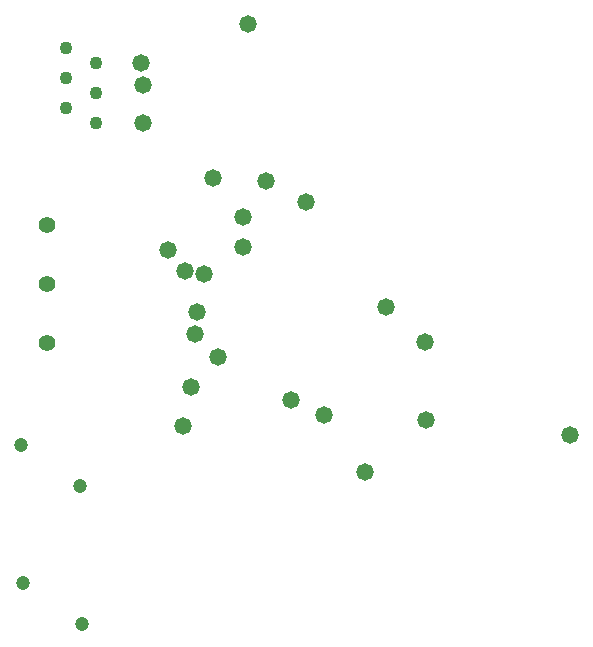
<source format=gbs>
%FSLAX44Y44*%
%MOMM*%
G71*
G01*
G75*
G04 Layer_Color=16711935*
%ADD10R,1.3000X1.5000*%
%ADD11R,1.1000X1.0000*%
%ADD12R,1.1000X1.0000*%
%ADD13R,2.0000X3.5000*%
%ADD14R,1.0000X1.1000*%
%ADD15R,1.2500X1.1000*%
%ADD16R,1.5000X1.3000*%
%ADD17R,1.0000X1.1000*%
%ADD18R,2.0000X1.2000*%
%ADD19R,5.6000X5.6000*%
%ADD20R,0.7000X0.7500*%
%ADD21R,1.5200X1.6800*%
%ADD22R,0.8400X0.2450*%
%ADD23R,0.2450X0.8400*%
%ADD24R,1.1000X1.2500*%
%ADD25C,0.2540*%
%ADD26C,0.2000*%
%ADD27C,0.5000*%
%ADD28C,0.9000*%
%ADD29C,1.0000*%
%ADD30C,1.2000*%
%ADD31C,1.2700*%
%ADD32C,0.1000*%
%ADD33C,0.0000*%
%ADD34C,0.1270*%
%ADD35R,1.3970X0.4870*%
%ADD36R,1.5032X1.7032*%
%ADD37R,1.3032X1.2032*%
%ADD38R,1.3032X1.2032*%
%ADD39R,2.2032X3.7032*%
%ADD40R,1.2032X1.3032*%
%ADD41R,1.4532X1.3032*%
%ADD42R,1.7032X1.5032*%
%ADD43R,1.2032X1.3032*%
%ADD44R,2.2032X1.4032*%
%ADD45R,5.8032X5.8032*%
%ADD46R,0.9032X0.9532*%
%ADD47R,1.7232X1.8832*%
%ADD48R,1.0432X0.4482*%
%ADD49R,0.4482X1.0432*%
%ADD50R,1.3032X1.4532*%
%ADD51C,1.1032*%
%ADD52C,1.2032*%
%ADD53C,1.4032*%
%ADD54C,1.4732*%
D51*
X369570Y712470D02*
D03*
Y737870D02*
D03*
X344170Y775970D02*
D03*
Y750370D02*
D03*
Y724770D02*
D03*
X369570Y763270D02*
D03*
D52*
X356070Y404420D02*
D03*
X306070Y439420D02*
D03*
X357340Y287580D02*
D03*
X307340Y322580D02*
D03*
D53*
X327660Y625780D02*
D03*
Y575780D02*
D03*
Y525780D02*
D03*
D54*
X407670Y763270D02*
D03*
X408940Y744220D02*
D03*
Y712470D02*
D03*
X562610Y464820D02*
D03*
X614680Y556260D02*
D03*
X472440Y514350D02*
D03*
X454660Y552450D02*
D03*
X453390Y533400D02*
D03*
X449580Y488950D02*
D03*
X444500Y586740D02*
D03*
X494030Y632460D02*
D03*
X430530Y604520D02*
D03*
X547370Y645160D02*
D03*
X494030Y607060D02*
D03*
X513080Y662940D02*
D03*
X468630Y665480D02*
D03*
X497840Y796290D02*
D03*
X443230Y455930D02*
D03*
X534670Y477520D02*
D03*
X461010Y584200D02*
D03*
X770890Y448310D02*
D03*
X648970Y461010D02*
D03*
X647700Y527050D02*
D03*
X596900Y416560D02*
D03*
M02*

</source>
